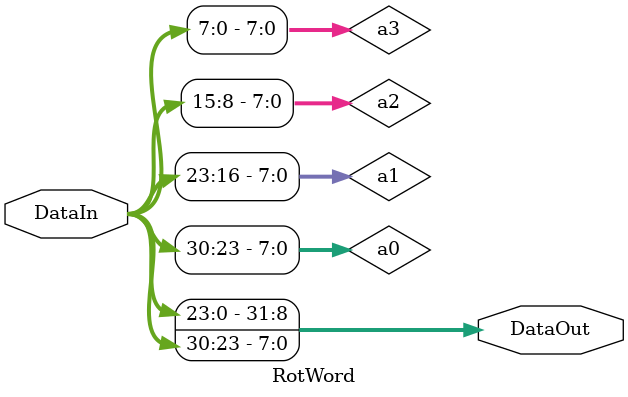
<source format=v>
module RotWord(DataIn,DataOut);
input [31:0] DataIn;
output wire  [31:0] DataOut;
 wire  [7:0]a0;
  wire  [7:0]a1;
   wire  [7:0]a2;
	 wire  [7:0]a3;
	 
assign a0=DataIn[31:23];
assign a1=DataIn[23:16];
assign a2=DataIn[15:8];
assign a3=DataIn[7:0];

assign DataOut={a1,a2,a3,a0};
endmodule 
</source>
